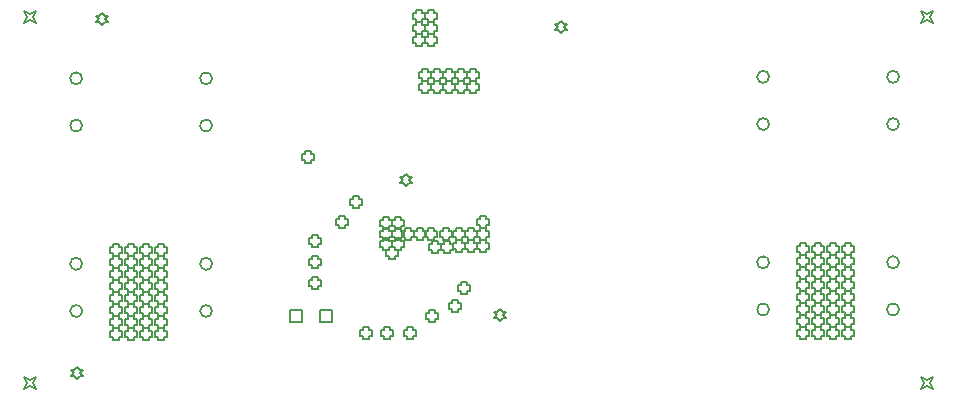
<source format=gbr>
G04*
G04 #@! TF.GenerationSoftware,Altium Limited,Altium Designer,23.0.1 (38)*
G04*
G04 Layer_Color=2752767*
%FSLAX25Y25*%
%MOIN*%
G70*
G04*
G04 #@! TF.SameCoordinates,AE5763C0-F2EE-4BCA-89C6-8F578BEF2D51*
G04*
G04*
G04 #@! TF.FilePolarity,Positive*
G04*
G01*
G75*
%ADD12C,0.00500*%
%ADD52C,0.00667*%
D12*
X98479Y32000D02*
Y36000D01*
X102479D01*
Y32000D01*
X98479D01*
X108479D02*
Y36000D01*
X112479D01*
Y32000D01*
X108479D01*
X9811Y9811D02*
X10811Y11811D01*
X9811Y13811D01*
X11811Y12811D01*
X13811Y13811D01*
X12811Y11811D01*
X13811Y9811D01*
X11811Y10811D01*
X9811Y9811D01*
Y131858D02*
X10811Y133858D01*
X9811Y135858D01*
X11811Y134858D01*
X13811Y135858D01*
X12811Y133858D01*
X13811Y131858D01*
X11811Y132858D01*
X9811Y131858D01*
X309024D02*
X310024Y133858D01*
X309024Y135858D01*
X311024Y134858D01*
X313024Y135858D01*
X312024Y133858D01*
X313024Y131858D01*
X311024Y132858D01*
X309024Y131858D01*
Y9811D02*
X310024Y11811D01*
X309024Y13811D01*
X311024Y12811D01*
X313024Y13811D01*
X312024Y11811D01*
X313024Y9811D01*
X311024Y10811D01*
X309024Y9811D01*
X137133Y77500D02*
X138133Y78500D01*
X139133D01*
X138133Y79500D01*
X139133Y80500D01*
X138133D01*
X137133Y81500D01*
X136133Y80500D01*
X135133D01*
X136133Y79500D01*
X135133Y78500D01*
X136133D01*
X137133Y77500D01*
X168500Y32500D02*
X169500Y33500D01*
X170500D01*
X169500Y34500D01*
X170500Y35500D01*
X169500D01*
X168500Y36500D01*
X167500Y35500D01*
X166500D01*
X167500Y34500D01*
X166500Y33500D01*
X167500D01*
X168500Y32500D01*
X27500Y13000D02*
X28500Y14000D01*
X29500D01*
X28500Y15000D01*
X29500Y16000D01*
X28500D01*
X27500Y17000D01*
X26500Y16000D01*
X25500D01*
X26500Y15000D01*
X25500Y14000D01*
X26500D01*
X27500Y13000D01*
X36000Y131000D02*
X37000Y132000D01*
X38000D01*
X37000Y133000D01*
X38000Y134000D01*
X37000D01*
X36000Y135000D01*
X35000Y134000D01*
X34000D01*
X35000Y133000D01*
X34000Y132000D01*
X35000D01*
X36000Y131000D01*
X189000Y128500D02*
X190000Y129500D01*
X191000D01*
X190000Y130500D01*
X191000Y131500D01*
X190000D01*
X189000Y132500D01*
X188000Y131500D01*
X187000D01*
X188000Y130500D01*
X187000Y129500D01*
X188000D01*
X189000Y128500D01*
X115000Y64500D02*
Y63500D01*
X117000D01*
Y64500D01*
X118000D01*
Y66500D01*
X117000D01*
Y67500D01*
X115000D01*
Y66500D01*
X114000D01*
Y64500D01*
X115000D01*
X145000Y33000D02*
Y32000D01*
X147000D01*
Y33000D01*
X148000D01*
Y35000D01*
X147000D01*
Y36000D01*
X145000D01*
Y35000D01*
X144000D01*
Y33000D01*
X145000D01*
X133500Y57000D02*
Y56000D01*
X135500D01*
Y57000D01*
X136500D01*
Y59000D01*
X135500D01*
Y60000D01*
X133500D01*
Y59000D01*
X132500D01*
Y57000D01*
X133500D01*
X119500Y71000D02*
Y70000D01*
X121500D01*
Y71000D01*
X122500D01*
Y73000D01*
X121500D01*
Y74000D01*
X119500D01*
Y73000D01*
X118500D01*
Y71000D01*
X119500D01*
X106087Y51000D02*
Y50000D01*
X108087D01*
Y51000D01*
X109087D01*
Y53000D01*
X108087D01*
Y54000D01*
X106087D01*
Y53000D01*
X105087D01*
Y51000D01*
X106087D01*
X106028Y58000D02*
Y57000D01*
X108028D01*
Y58000D01*
X109028D01*
Y60000D01*
X108028D01*
Y61000D01*
X106028D01*
Y60000D01*
X105028D01*
Y58000D01*
X106028D01*
X129500Y64000D02*
Y63000D01*
X131500D01*
Y64000D01*
X132500D01*
Y66000D01*
X131500D01*
Y67000D01*
X129500D01*
Y66000D01*
X128500D01*
Y64000D01*
X129500D01*
X162000Y64500D02*
Y63500D01*
X164000D01*
Y64500D01*
X165000D01*
Y66500D01*
X164000D01*
Y67500D01*
X162000D01*
Y66500D01*
X161000D01*
Y64500D01*
X162000D01*
Y60500D02*
Y59500D01*
X164000D01*
Y60500D01*
X165000D01*
Y62500D01*
X164000D01*
Y63500D01*
X162000D01*
Y62500D01*
X161000D01*
Y60500D01*
X162000D01*
Y56500D02*
Y55500D01*
X164000D01*
Y56500D01*
X165000D01*
Y58500D01*
X164000D01*
Y59500D01*
X162000D01*
Y58500D01*
X161000D01*
Y56500D01*
X162000D01*
X158000D02*
Y55500D01*
X160000D01*
Y56500D01*
X161000D01*
Y58500D01*
X160000D01*
Y59500D01*
X158000D01*
Y58500D01*
X157000D01*
Y56500D01*
X158000D01*
Y60500D02*
Y59500D01*
X160000D01*
Y60500D01*
X161000D01*
Y62500D01*
X160000D01*
Y63500D01*
X158000D01*
Y62500D01*
X157000D01*
Y60500D01*
X158000D01*
X154000Y56500D02*
Y55500D01*
X156000D01*
Y56500D01*
X157000D01*
Y58500D01*
X156000D01*
Y59500D01*
X154000D01*
Y58500D01*
X153000D01*
Y56500D01*
X154000D01*
Y60500D02*
Y59500D01*
X156000D01*
Y60500D01*
X157000D01*
Y62500D01*
X156000D01*
Y63500D01*
X154000D01*
Y62500D01*
X153000D01*
Y60500D01*
X154000D01*
X103500Y86000D02*
Y85000D01*
X105500D01*
Y86000D01*
X106500D01*
Y88000D01*
X105500D01*
Y89000D01*
X103500D01*
Y88000D01*
X102500D01*
Y86000D01*
X103500D01*
X137500Y27390D02*
Y26390D01*
X139500D01*
Y27390D01*
X140500D01*
Y29390D01*
X139500D01*
Y30390D01*
X137500D01*
Y29390D01*
X136500D01*
Y27390D01*
X137500D01*
X130000Y27500D02*
Y26500D01*
X132000D01*
Y27500D01*
X133000D01*
Y29500D01*
X132000D01*
Y30500D01*
X130000D01*
Y29500D01*
X129000D01*
Y27500D01*
X130000D01*
X268500Y55500D02*
Y54500D01*
X270500D01*
Y55500D01*
X271500D01*
Y57500D01*
X270500D01*
Y58500D01*
X268500D01*
Y57500D01*
X267500D01*
Y55500D01*
X268500D01*
X273500D02*
Y54500D01*
X275500D01*
Y55500D01*
X276500D01*
Y57500D01*
X275500D01*
Y58500D01*
X273500D01*
Y57500D01*
X272500D01*
Y55500D01*
X273500D01*
X278500D02*
Y54500D01*
X280500D01*
Y55500D01*
X281500D01*
Y57500D01*
X280500D01*
Y58500D01*
X278500D01*
Y57500D01*
X277500D01*
Y55500D01*
X278500D01*
X283500D02*
Y54500D01*
X285500D01*
Y55500D01*
X286500D01*
Y57500D01*
X285500D01*
Y58500D01*
X283500D01*
Y57500D01*
X282500D01*
Y55500D01*
X283500D01*
Y51500D02*
Y50500D01*
X285500D01*
Y51500D01*
X286500D01*
Y53500D01*
X285500D01*
Y54500D01*
X283500D01*
Y53500D01*
X282500D01*
Y51500D01*
X283500D01*
X278500D02*
Y50500D01*
X280500D01*
Y51500D01*
X281500D01*
Y53500D01*
X280500D01*
Y54500D01*
X278500D01*
Y53500D01*
X277500D01*
Y51500D01*
X278500D01*
X273500D02*
Y50500D01*
X275500D01*
Y51500D01*
X276500D01*
Y53500D01*
X275500D01*
Y54500D01*
X273500D01*
Y53500D01*
X272500D01*
Y51500D01*
X273500D01*
X268500D02*
Y50500D01*
X270500D01*
Y51500D01*
X271500D01*
Y53500D01*
X270500D01*
Y54500D01*
X268500D01*
Y53500D01*
X267500D01*
Y51500D01*
X268500D01*
X283500Y47500D02*
Y46500D01*
X285500D01*
Y47500D01*
X286500D01*
Y49500D01*
X285500D01*
Y50500D01*
X283500D01*
Y49500D01*
X282500D01*
Y47500D01*
X283500D01*
X278500D02*
Y46500D01*
X280500D01*
Y47500D01*
X281500D01*
Y49500D01*
X280500D01*
Y50500D01*
X278500D01*
Y49500D01*
X277500D01*
Y47500D01*
X278500D01*
X273500D02*
Y46500D01*
X275500D01*
Y47500D01*
X276500D01*
Y49500D01*
X275500D01*
Y50500D01*
X273500D01*
Y49500D01*
X272500D01*
Y47500D01*
X273500D01*
X268500D02*
Y46500D01*
X270500D01*
Y47500D01*
X271500D01*
Y49500D01*
X270500D01*
Y50500D01*
X268500D01*
Y49500D01*
X267500D01*
Y47500D01*
X268500D01*
X283500Y43500D02*
Y42500D01*
X285500D01*
Y43500D01*
X286500D01*
Y45500D01*
X285500D01*
Y46500D01*
X283500D01*
Y45500D01*
X282500D01*
Y43500D01*
X283500D01*
X278500D02*
Y42500D01*
X280500D01*
Y43500D01*
X281500D01*
Y45500D01*
X280500D01*
Y46500D01*
X278500D01*
Y45500D01*
X277500D01*
Y43500D01*
X278500D01*
X273500D02*
Y42500D01*
X275500D01*
Y43500D01*
X276500D01*
Y45500D01*
X275500D01*
Y46500D01*
X273500D01*
Y45500D01*
X272500D01*
Y43500D01*
X273500D01*
X268500D02*
Y42500D01*
X270500D01*
Y43500D01*
X271500D01*
Y45500D01*
X270500D01*
Y46500D01*
X268500D01*
Y45500D01*
X267500D01*
Y43500D01*
X268500D01*
X283500Y39500D02*
Y38500D01*
X285500D01*
Y39500D01*
X286500D01*
Y41500D01*
X285500D01*
Y42500D01*
X283500D01*
Y41500D01*
X282500D01*
Y39500D01*
X283500D01*
X278500D02*
Y38500D01*
X280500D01*
Y39500D01*
X281500D01*
Y41500D01*
X280500D01*
Y42500D01*
X278500D01*
Y41500D01*
X277500D01*
Y39500D01*
X278500D01*
X273500D02*
Y38500D01*
X275500D01*
Y39500D01*
X276500D01*
Y41500D01*
X275500D01*
Y42500D01*
X273500D01*
Y41500D01*
X272500D01*
Y39500D01*
X273500D01*
X268500D02*
Y38500D01*
X270500D01*
Y39500D01*
X271500D01*
Y41500D01*
X270500D01*
Y42500D01*
X268500D01*
Y41500D01*
X267500D01*
Y39500D01*
X268500D01*
X283500Y35500D02*
Y34500D01*
X285500D01*
Y35500D01*
X286500D01*
Y37500D01*
X285500D01*
Y38500D01*
X283500D01*
Y37500D01*
X282500D01*
Y35500D01*
X283500D01*
X278500D02*
Y34500D01*
X280500D01*
Y35500D01*
X281500D01*
Y37500D01*
X280500D01*
Y38500D01*
X278500D01*
Y37500D01*
X277500D01*
Y35500D01*
X278500D01*
X273500D02*
Y34500D01*
X275500D01*
Y35500D01*
X276500D01*
Y37500D01*
X275500D01*
Y38500D01*
X273500D01*
Y37500D01*
X272500D01*
Y35500D01*
X273500D01*
X268500D02*
Y34500D01*
X270500D01*
Y35500D01*
X271500D01*
Y37500D01*
X270500D01*
Y38500D01*
X268500D01*
Y37500D01*
X267500D01*
Y35500D01*
X268500D01*
X283500Y31500D02*
Y30500D01*
X285500D01*
Y31500D01*
X286500D01*
Y33500D01*
X285500D01*
Y34500D01*
X283500D01*
Y33500D01*
X282500D01*
Y31500D01*
X283500D01*
X278500D02*
Y30500D01*
X280500D01*
Y31500D01*
X281500D01*
Y33500D01*
X280500D01*
Y34500D01*
X278500D01*
Y33500D01*
X277500D01*
Y31500D01*
X278500D01*
X273500D02*
Y30500D01*
X275500D01*
Y31500D01*
X276500D01*
Y33500D01*
X275500D01*
Y34500D01*
X273500D01*
Y33500D01*
X272500D01*
Y31500D01*
X273500D01*
X268500D02*
Y30500D01*
X270500D01*
Y31500D01*
X271500D01*
Y33500D01*
X270500D01*
Y34500D01*
X268500D01*
Y33500D01*
X267500D01*
Y31500D01*
X268500D01*
X283500Y27500D02*
Y26500D01*
X285500D01*
Y27500D01*
X286500D01*
Y29500D01*
X285500D01*
Y30500D01*
X283500D01*
Y29500D01*
X282500D01*
Y27500D01*
X283500D01*
X278500D02*
Y26500D01*
X280500D01*
Y27500D01*
X281500D01*
Y29500D01*
X280500D01*
Y30500D01*
X278500D01*
Y29500D01*
X277500D01*
Y27500D01*
X278500D01*
X273500D02*
Y26500D01*
X275500D01*
Y27500D01*
X276500D01*
Y29500D01*
X275500D01*
Y30500D01*
X273500D01*
Y29500D01*
X272500D01*
Y27500D01*
X273500D01*
X268500D02*
Y26500D01*
X270500D01*
Y27500D01*
X271500D01*
Y29500D01*
X270500D01*
Y30500D01*
X268500D01*
Y29500D01*
X267500D01*
Y27500D01*
X268500D01*
X39500Y27000D02*
Y26000D01*
X41500D01*
Y27000D01*
X42500D01*
Y29000D01*
X41500D01*
Y30000D01*
X39500D01*
Y29000D01*
X38500D01*
Y27000D01*
X39500D01*
X44500D02*
Y26000D01*
X46500D01*
Y27000D01*
X47500D01*
Y29000D01*
X46500D01*
Y30000D01*
X44500D01*
Y29000D01*
X43500D01*
Y27000D01*
X44500D01*
X49500D02*
Y26000D01*
X51500D01*
Y27000D01*
X52500D01*
Y29000D01*
X51500D01*
Y30000D01*
X49500D01*
Y29000D01*
X48500D01*
Y27000D01*
X49500D01*
X54500D02*
Y26000D01*
X56500D01*
Y27000D01*
X57500D01*
Y29000D01*
X56500D01*
Y30000D01*
X54500D01*
Y29000D01*
X53500D01*
Y27000D01*
X54500D01*
X39500Y31000D02*
Y30000D01*
X41500D01*
Y31000D01*
X42500D01*
Y33000D01*
X41500D01*
Y34000D01*
X39500D01*
Y33000D01*
X38500D01*
Y31000D01*
X39500D01*
X44500D02*
Y30000D01*
X46500D01*
Y31000D01*
X47500D01*
Y33000D01*
X46500D01*
Y34000D01*
X44500D01*
Y33000D01*
X43500D01*
Y31000D01*
X44500D01*
X49500D02*
Y30000D01*
X51500D01*
Y31000D01*
X52500D01*
Y33000D01*
X51500D01*
Y34000D01*
X49500D01*
Y33000D01*
X48500D01*
Y31000D01*
X49500D01*
X54500D02*
Y30000D01*
X56500D01*
Y31000D01*
X57500D01*
Y33000D01*
X56500D01*
Y34000D01*
X54500D01*
Y33000D01*
X53500D01*
Y31000D01*
X54500D01*
X39500Y35000D02*
Y34000D01*
X41500D01*
Y35000D01*
X42500D01*
Y37000D01*
X41500D01*
Y38000D01*
X39500D01*
Y37000D01*
X38500D01*
Y35000D01*
X39500D01*
X44500D02*
Y34000D01*
X46500D01*
Y35000D01*
X47500D01*
Y37000D01*
X46500D01*
Y38000D01*
X44500D01*
Y37000D01*
X43500D01*
Y35000D01*
X44500D01*
X49500D02*
Y34000D01*
X51500D01*
Y35000D01*
X52500D01*
Y37000D01*
X51500D01*
Y38000D01*
X49500D01*
Y37000D01*
X48500D01*
Y35000D01*
X49500D01*
X54500D02*
Y34000D01*
X56500D01*
Y35000D01*
X57500D01*
Y37000D01*
X56500D01*
Y38000D01*
X54500D01*
Y37000D01*
X53500D01*
Y35000D01*
X54500D01*
X39500Y39000D02*
Y38000D01*
X41500D01*
Y39000D01*
X42500D01*
Y41000D01*
X41500D01*
Y42000D01*
X39500D01*
Y41000D01*
X38500D01*
Y39000D01*
X39500D01*
X44500D02*
Y38000D01*
X46500D01*
Y39000D01*
X47500D01*
Y41000D01*
X46500D01*
Y42000D01*
X44500D01*
Y41000D01*
X43500D01*
Y39000D01*
X44500D01*
X49500D02*
Y38000D01*
X51500D01*
Y39000D01*
X52500D01*
Y41000D01*
X51500D01*
Y42000D01*
X49500D01*
Y41000D01*
X48500D01*
Y39000D01*
X49500D01*
X54500D02*
Y38000D01*
X56500D01*
Y39000D01*
X57500D01*
Y41000D01*
X56500D01*
Y42000D01*
X54500D01*
Y41000D01*
X53500D01*
Y39000D01*
X54500D01*
X39500Y43000D02*
Y42000D01*
X41500D01*
Y43000D01*
X42500D01*
Y45000D01*
X41500D01*
Y46000D01*
X39500D01*
Y45000D01*
X38500D01*
Y43000D01*
X39500D01*
X44500D02*
Y42000D01*
X46500D01*
Y43000D01*
X47500D01*
Y45000D01*
X46500D01*
Y46000D01*
X44500D01*
Y45000D01*
X43500D01*
Y43000D01*
X44500D01*
X49500D02*
Y42000D01*
X51500D01*
Y43000D01*
X52500D01*
Y45000D01*
X51500D01*
Y46000D01*
X49500D01*
Y45000D01*
X48500D01*
Y43000D01*
X49500D01*
X54500D02*
Y42000D01*
X56500D01*
Y43000D01*
X57500D01*
Y45000D01*
X56500D01*
Y46000D01*
X54500D01*
Y45000D01*
X53500D01*
Y43000D01*
X54500D01*
X39500Y47000D02*
Y46000D01*
X41500D01*
Y47000D01*
X42500D01*
Y49000D01*
X41500D01*
Y50000D01*
X39500D01*
Y49000D01*
X38500D01*
Y47000D01*
X39500D01*
X44500D02*
Y46000D01*
X46500D01*
Y47000D01*
X47500D01*
Y49000D01*
X46500D01*
Y50000D01*
X44500D01*
Y49000D01*
X43500D01*
Y47000D01*
X44500D01*
X49500D02*
Y46000D01*
X51500D01*
Y47000D01*
X52500D01*
Y49000D01*
X51500D01*
Y50000D01*
X49500D01*
Y49000D01*
X48500D01*
Y47000D01*
X49500D01*
X54500D02*
Y46000D01*
X56500D01*
Y47000D01*
X57500D01*
Y49000D01*
X56500D01*
Y50000D01*
X54500D01*
Y49000D01*
X53500D01*
Y47000D01*
X54500D01*
X39500Y51000D02*
Y50000D01*
X41500D01*
Y51000D01*
X42500D01*
Y53000D01*
X41500D01*
Y54000D01*
X39500D01*
Y53000D01*
X38500D01*
Y51000D01*
X39500D01*
X44500D02*
Y50000D01*
X46500D01*
Y51000D01*
X47500D01*
Y53000D01*
X46500D01*
Y54000D01*
X44500D01*
Y53000D01*
X43500D01*
Y51000D01*
X44500D01*
X49500D02*
Y50000D01*
X51500D01*
Y51000D01*
X52500D01*
Y53000D01*
X51500D01*
Y54000D01*
X49500D01*
Y53000D01*
X48500D01*
Y51000D01*
X49500D01*
X54500D02*
Y50000D01*
X56500D01*
Y51000D01*
X57500D01*
Y53000D01*
X56500D01*
Y54000D01*
X54500D01*
Y53000D01*
X53500D01*
Y51000D01*
X54500D01*
Y55000D02*
Y54000D01*
X56500D01*
Y55000D01*
X57500D01*
Y57000D01*
X56500D01*
Y58000D01*
X54500D01*
Y57000D01*
X53500D01*
Y55000D01*
X54500D01*
X49500D02*
Y54000D01*
X51500D01*
Y55000D01*
X52500D01*
Y57000D01*
X51500D01*
Y58000D01*
X49500D01*
Y57000D01*
X48500D01*
Y55000D01*
X49500D01*
X44500D02*
Y54000D01*
X46500D01*
Y55000D01*
X47500D01*
Y57000D01*
X46500D01*
Y58000D01*
X44500D01*
Y57000D01*
X43500D01*
Y55000D01*
X44500D01*
X39500D02*
Y54000D01*
X41500D01*
Y55000D01*
X42500D01*
Y57000D01*
X41500D01*
Y58000D01*
X39500D01*
Y57000D01*
X38500D01*
Y55000D01*
X39500D01*
X106000Y44000D02*
Y43000D01*
X108000D01*
Y44000D01*
X109000D01*
Y46000D01*
X108000D01*
Y47000D01*
X106000D01*
Y46000D01*
X105000D01*
Y44000D01*
X106000D01*
X149500Y60500D02*
Y59500D01*
X151500D01*
Y60500D01*
X152500D01*
Y62500D01*
X151500D01*
Y63500D01*
X149500D01*
Y62500D01*
X148500D01*
Y60500D01*
X149500D01*
X150000Y56000D02*
Y55000D01*
X152000D01*
Y56000D01*
X153000D01*
Y58000D01*
X152000D01*
Y59000D01*
X150000D01*
Y58000D01*
X149000D01*
Y56000D01*
X150000D01*
X146000D02*
Y55000D01*
X148000D01*
Y56000D01*
X149000D01*
Y58000D01*
X148000D01*
Y59000D01*
X146000D01*
Y58000D01*
X145000D01*
Y56000D01*
X146000D01*
X144500Y60500D02*
Y59500D01*
X146500D01*
Y60500D01*
X147500D01*
Y62500D01*
X146500D01*
Y63500D01*
X144500D01*
Y62500D01*
X143500D01*
Y60500D01*
X144500D01*
X141000D02*
Y59500D01*
X143000D01*
Y60500D01*
X144000D01*
Y62500D01*
X143000D01*
Y63500D01*
X141000D01*
Y62500D01*
X140000D01*
Y60500D01*
X141000D01*
X137000D02*
Y59500D01*
X139000D01*
Y60500D01*
X140000D01*
Y62500D01*
X139000D01*
Y63500D01*
X137000D01*
Y62500D01*
X136000D01*
Y60500D01*
X137000D01*
X131500Y54000D02*
Y53000D01*
X133500D01*
Y54000D01*
X134500D01*
Y56000D01*
X133500D01*
Y57000D01*
X131500D01*
Y56000D01*
X130500D01*
Y54000D01*
X131500D01*
X129500Y57000D02*
Y56000D01*
X131500D01*
Y57000D01*
X132500D01*
Y59000D01*
X131500D01*
Y60000D01*
X129500D01*
Y59000D01*
X128500D01*
Y57000D01*
X129500D01*
X133500Y60500D02*
Y59500D01*
X135500D01*
Y60500D01*
X136500D01*
Y62500D01*
X135500D01*
Y63500D01*
X133500D01*
Y62500D01*
X132500D01*
Y60500D01*
X133500D01*
X129500D02*
Y59500D01*
X131500D01*
Y60500D01*
X132500D01*
Y62500D01*
X131500D01*
Y63500D01*
X129500D01*
Y62500D01*
X128500D01*
Y60500D01*
X129500D01*
X133500Y64000D02*
Y63000D01*
X135500D01*
Y64000D01*
X136500D01*
Y66000D01*
X135500D01*
Y67000D01*
X133500D01*
Y66000D01*
X132500D01*
Y64000D01*
X133500D01*
X158500Y113500D02*
Y112500D01*
X160500D01*
Y113500D01*
X161500D01*
Y115500D01*
X160500D01*
Y116500D01*
X158500D01*
Y115500D01*
X157500D01*
Y113500D01*
X158500D01*
X154500D02*
Y112500D01*
X156500D01*
Y113500D01*
X157500D01*
Y115500D01*
X156500D01*
Y116500D01*
X154500D01*
Y115500D01*
X153500D01*
Y113500D01*
X154500D01*
X150500D02*
Y112500D01*
X152500D01*
Y113500D01*
X153500D01*
Y115500D01*
X152500D01*
Y116500D01*
X150500D01*
Y115500D01*
X149500D01*
Y113500D01*
X150500D01*
X142500D02*
Y112500D01*
X144500D01*
Y113500D01*
X145500D01*
Y115500D01*
X144500D01*
Y116500D01*
X142500D01*
Y115500D01*
X141500D01*
Y113500D01*
X142500D01*
X154500Y109500D02*
Y108500D01*
X156500D01*
Y109500D01*
X157500D01*
Y111500D01*
X156500D01*
Y112500D01*
X154500D01*
Y111500D01*
X153500D01*
Y109500D01*
X154500D01*
X158500D02*
Y108500D01*
X160500D01*
Y109500D01*
X161500D01*
Y111500D01*
X160500D01*
Y112500D01*
X158500D01*
Y111500D01*
X157500D01*
Y109500D01*
X158500D01*
X150500D02*
Y108500D01*
X152500D01*
Y109500D01*
X153500D01*
Y111500D01*
X152500D01*
Y112500D01*
X150500D01*
Y111500D01*
X149500D01*
Y109500D01*
X150500D01*
X146500D02*
Y108500D01*
X148500D01*
Y109500D01*
X149500D01*
Y111500D01*
X148500D01*
Y112500D01*
X146500D01*
Y111500D01*
X145500D01*
Y109500D01*
X146500D01*
X142500D02*
Y108500D01*
X144500D01*
Y109500D01*
X145500D01*
Y111500D01*
X144500D01*
Y112500D01*
X142500D01*
Y111500D01*
X141500D01*
Y109500D01*
X142500D01*
X146500Y113500D02*
Y112500D01*
X148500D01*
Y113500D01*
X149500D01*
Y115500D01*
X148500D01*
Y116500D01*
X146500D01*
Y115500D01*
X145500D01*
Y113500D01*
X146500D01*
X140500Y125000D02*
Y124000D01*
X142500D01*
Y125000D01*
X143500D01*
Y127000D01*
X142500D01*
Y128000D01*
X140500D01*
Y127000D01*
X139500D01*
Y125000D01*
X140500D01*
Y129000D02*
Y128000D01*
X142500D01*
Y129000D01*
X143500D01*
Y131000D01*
X142500D01*
Y132000D01*
X140500D01*
Y131000D01*
X139500D01*
Y129000D01*
X140500D01*
Y133000D02*
Y132000D01*
X142500D01*
Y133000D01*
X143500D01*
Y135000D01*
X142500D01*
Y136000D01*
X140500D01*
Y135000D01*
X139500D01*
Y133000D01*
X140500D01*
X144500D02*
Y132000D01*
X146500D01*
Y133000D01*
X147500D01*
Y135000D01*
X146500D01*
Y136000D01*
X144500D01*
Y135000D01*
X143500D01*
Y133000D01*
X144500D01*
X123000Y27500D02*
Y26500D01*
X125000D01*
Y27500D01*
X126000D01*
Y29500D01*
X125000D01*
Y30500D01*
X123000D01*
Y29500D01*
X122000D01*
Y27500D01*
X123000D01*
X155500Y42500D02*
Y41500D01*
X157500D01*
Y42500D01*
X158500D01*
Y44500D01*
X157500D01*
Y45500D01*
X155500D01*
Y44500D01*
X154500D01*
Y42500D01*
X155500D01*
X144500Y125000D02*
Y124000D01*
X146500D01*
Y125000D01*
X147500D01*
Y127000D01*
X146500D01*
Y128000D01*
X144500D01*
Y127000D01*
X143500D01*
Y125000D01*
X144500D01*
Y129000D02*
Y128000D01*
X146500D01*
Y129000D01*
X147500D01*
Y131000D01*
X146500D01*
Y132000D01*
X144500D01*
Y131000D01*
X143500D01*
Y129000D01*
X144500D01*
X152500Y36500D02*
Y35500D01*
X154500D01*
Y36500D01*
X155500D01*
Y38500D01*
X154500D01*
Y39500D01*
X152500D01*
Y38500D01*
X151500D01*
Y36500D01*
X152500D01*
D52*
X72654Y97531D02*
G03*
X72654Y97531I-2000J0D01*
G01*
Y113279D02*
G03*
X72654Y113279I-2000J0D01*
G01*
X29346Y51468D02*
G03*
X29346Y51468I-2000J0D01*
G01*
X72654Y35721D02*
G03*
X72654Y35721I-2000J0D01*
G01*
X29346Y97531D02*
G03*
X29346Y97531I-2000J0D01*
G01*
Y35721D02*
G03*
X29346Y35721I-2000J0D01*
G01*
Y113279D02*
G03*
X29346Y113279I-2000J0D01*
G01*
X72654Y51468D02*
G03*
X72654Y51468I-2000J0D01*
G01*
X301654Y98032D02*
G03*
X301654Y98032I-2000J0D01*
G01*
Y113779D02*
G03*
X301654Y113779I-2000J0D01*
G01*
X258347Y51968D02*
G03*
X258347Y51968I-2000J0D01*
G01*
X301654Y36220D02*
G03*
X301654Y36220I-2000J0D01*
G01*
X258347Y98032D02*
G03*
X258347Y98032I-2000J0D01*
G01*
Y36220D02*
G03*
X258347Y36220I-2000J0D01*
G01*
Y113779D02*
G03*
X258347Y113779I-2000J0D01*
G01*
X301654Y51968D02*
G03*
X301654Y51968I-2000J0D01*
G01*
M02*

</source>
